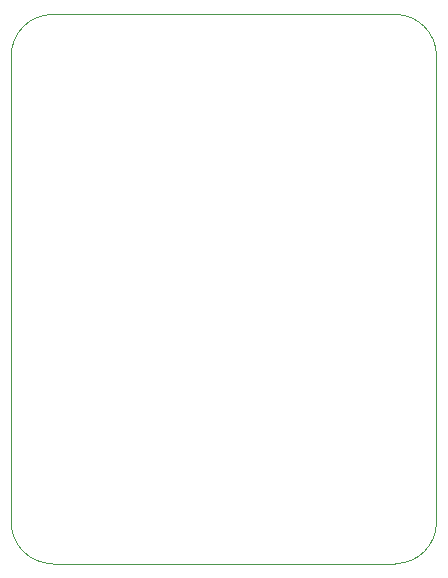
<source format=gbr>
G04 #@! TF.FileFunction,Profile,NP*
%FSLAX46Y46*%
G04 Gerber Fmt 4.6, Leading zero omitted, Abs format (unit mm)*
G04 Created by KiCad (PCBNEW (after 2015-mar-04 BZR unknown)-product) date 1/14/2019 11:59:40 AM*
%MOMM*%
G01*
G04 APERTURE LIST*
%ADD10C,0.150000*%
%ADD11C,0.100000*%
G04 APERTURE END LIST*
D10*
D11*
X3500000Y-46500000D02*
X32500000Y-46500000D01*
X32500000Y0D02*
X3500000Y0D01*
X0Y-43000000D02*
X0Y-3500000D01*
X32500000Y-46500000D02*
G75*
G03X36000000Y-43000000I0J3500000D01*
G01*
X36000000Y-3500000D02*
X36000000Y-43000000D01*
X3500000Y0D02*
G75*
G03X0Y-3500000I0J-3500000D01*
G01*
X0Y-43000000D02*
G75*
G03X3500000Y-46500000I3500000J0D01*
G01*
X36000000Y-3500000D02*
G75*
G03X32500000Y0I-3500000J0D01*
G01*
M02*

</source>
